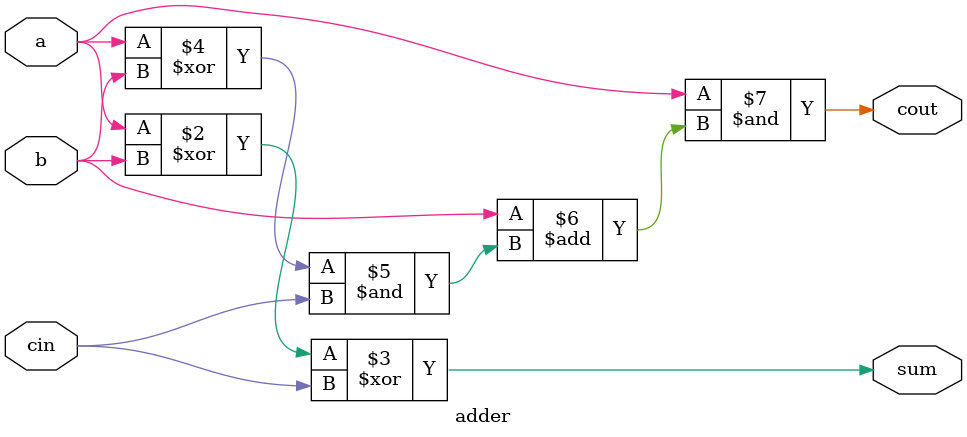
<source format=v>
module adder(input a,b,cin, output reg sum,cout);
always @(*)
begin
	sum=a^b^cin;
	cout=a&b + ((a^b)&cin);
end
endmodule


</source>
